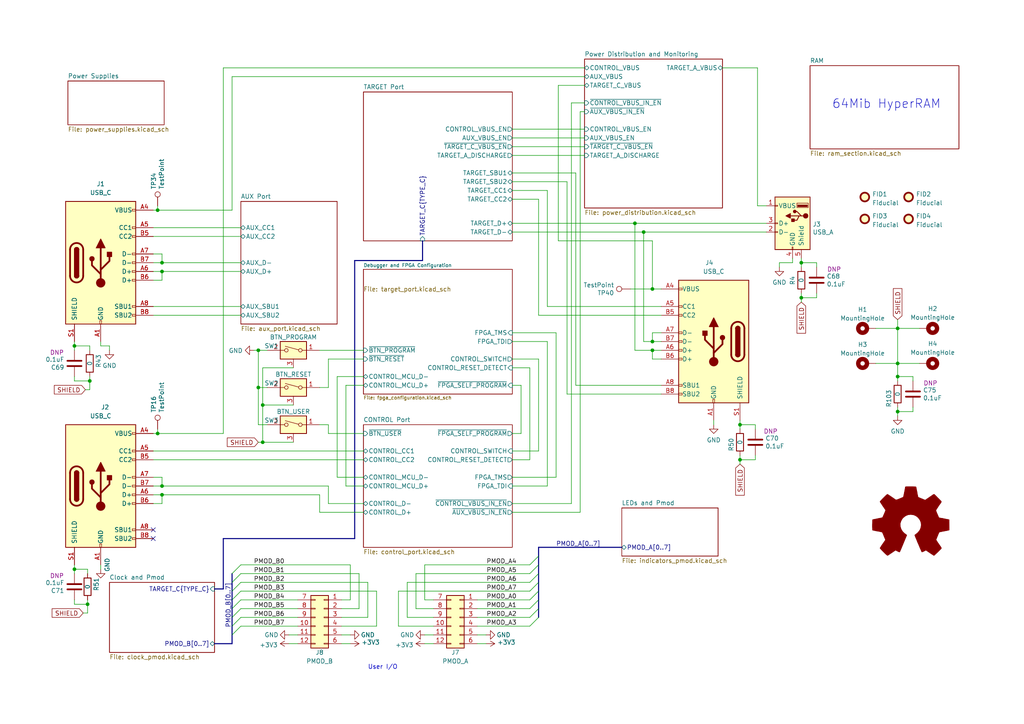
<source format=kicad_sch>
(kicad_sch (version 20211123) (generator eeschema)
  (paper "A4")
  (title_block (title "Cynthion") (date "${DATE}") (rev "${VERSION}") (company "Copyright 2019-2023 Great Scott Gadgets") (comment 1 "Licensed under the CERN-OHL-P v2"))
  (lib_symbols
    (symbol "Connector:TestPoint" (pin_numbers hide) (pin_names (offset 0.762) hide)
      (property "Reference" "TP" (at 0 6.858 0))
      (property "Value" "TestPoint" (at 0 5.08 0))
      (symbol "TestPoint_1_1"
        (pin passive line (at 0 0 90) (length 2.54) (name "1") (number "1"))
      )
    )
    (symbol "Connector:USB_A" (pin_names (offset 1.016))
      (property "Reference" "J" (at -5.08 11.43 0))
      (property "Value" "USB_A" (at -5.08 8.89 0))
      (symbol "USB_A_1_1"
        (pin power_in line (at 7.62 5.08 180) (length 2.54) (name "VBUS") (number "1"))
        (pin bidirectional line (at 7.62 -2.54 180) (length 2.54) (name "D-") (number "2"))
        (pin bidirectional line (at 7.62 0 180) (length 2.54) (name "D+") (number "3"))
        (pin power_in line (at 0 -10.16 90) (length 2.54) (name "GND") (number "4"))
        (pin passive line (at -2.54 -10.16 90) (length 2.54) (name "Shield") (number "5"))
      )
    )
    (symbol "Connector:USB_C_Receptacle_USB2.0" (pin_names (offset 1.016))
      (property "Reference" "J" (at -10.16 19.05 0))
      (property "Value" "USB_C_Receptacle_USB2.0" (at 19.05 19.05 0))
      (symbol "USB_C_Receptacle_USB2.0_1_1"
        (pin passive line (at 0 -22.86 90) (length 5.08) (name "GND") (number "A1"))
        (pin passive line (at 0 -22.86 90) (length 5.08) hide (name "GND") (number "A12"))
        (pin passive line (at 15.24 15.24 180) (length 5.08) (name "VBUS") (number "A4"))
        (pin bidirectional line (at 15.24 10.16 180) (length 5.08) (name "CC1") (number "A5"))
        (pin bidirectional line (at 15.24 -2.54 180) (length 5.08) (name "D+") (number "A6"))
        (pin bidirectional line (at 15.24 2.54 180) (length 5.08) (name "D-") (number "A7"))
        (pin bidirectional line (at 15.24 -12.7 180) (length 5.08) (name "SBU1") (number "A8"))
        (pin passive line (at 15.24 15.24 180) (length 5.08) hide (name "VBUS") (number "A9"))
        (pin passive line (at 0 -22.86 90) (length 5.08) hide (name "GND") (number "B1"))
        (pin passive line (at 0 -22.86 90) (length 5.08) hide (name "GND") (number "B12"))
        (pin passive line (at 15.24 15.24 180) (length 5.08) hide (name "VBUS") (number "B4"))
        (pin bidirectional line (at 15.24 7.62 180) (length 5.08) (name "CC2") (number "B5"))
        (pin bidirectional line (at 15.24 -5.08 180) (length 5.08) (name "D+") (number "B6"))
        (pin bidirectional line (at 15.24 0 180) (length 5.08) (name "D-") (number "B7"))
        (pin bidirectional line (at 15.24 -15.24 180) (length 5.08) (name "SBU2") (number "B8"))
        (pin passive line (at 15.24 15.24 180) (length 5.08) hide (name "VBUS") (number "B9"))
        (pin passive line (at -7.62 -22.86 90) (length 5.08) (name "SHIELD") (number "S1"))
      )
    )
    (symbol "Connector_Generic:Conn_02x06_Top_Bottom" (pin_names (offset 1.016) hide)
      (property "Reference" "J" (at 1.27 7.62 0))
      (property "Value" "Conn_02x06_Top_Bottom" (at 1.27 -10.16 0))
      (symbol "Conn_02x06_Top_Bottom_1_1"
        (pin passive line (at -5.08 5.08 0) (length 3.81) (name "Pin_1") (number "1"))
        (pin passive line (at 7.62 -2.54 180) (length 3.81) (name "Pin_10") (number "10"))
        (pin passive line (at 7.62 -5.08 180) (length 3.81) (name "Pin_11") (number "11"))
        (pin passive line (at 7.62 -7.62 180) (length 3.81) (name "Pin_12") (number "12"))
        (pin passive line (at -5.08 2.54 0) (length 3.81) (name "Pin_2") (number "2"))
        (pin passive line (at -5.08 0 0) (length 3.81) (name "Pin_3") (number "3"))
        (pin passive line (at -5.08 -2.54 0) (length 3.81) (name "Pin_4") (number "4"))
        (pin passive line (at -5.08 -5.08 0) (length 3.81) (name "Pin_5") (number "5"))
        (pin passive line (at -5.08 -7.62 0) (length 3.81) (name "Pin_6") (number "6"))
        (pin passive line (at 7.62 5.08 180) (length 3.81) (name "Pin_7") (number "7"))
        (pin passive line (at 7.62 2.54 180) (length 3.81) (name "Pin_8") (number "8"))
        (pin passive line (at 7.62 0 180) (length 3.81) (name "Pin_9") (number "9"))
      )
    )
    (symbol "Device:C" (pin_numbers hide) (pin_names (offset 0.254))
      (property "Reference" "C" (at 0.635 2.54 0))
      (property "Value" "C" (at 0.635 -2.54 0))
      (symbol "C_1_1"
        (pin passive line (at 0 3.81 270) (length 2.794) (name "~") (number "1"))
        (pin passive line (at 0 -3.81 90) (length 2.794) (name "~") (number "2"))
      )
    )
    (symbol "Device:R" (pin_numbers hide) (pin_names (offset 0))
      (property "Reference" "R" (at 2.032 0 90))
      (property "Value" "R" (at 0 0 90))
      (symbol "R_1_1"
        (pin passive line (at 0 3.81 270) (length 1.27) (name "~") (number "1"))
        (pin passive line (at 0 -3.81 90) (length 1.27) (name "~") (number "2"))
      )
    )
    (symbol "Graphic:Logo_Open_Hardware_Large" (pin_names (offset 1.016)))
    (symbol "Mechanical:Fiducial"
      (property "Reference" "FID" (at 0 5.08 0))
      (property "Value" "Fiducial" (at 0 3.175 0))
    )
    (symbol "Mechanical:MountingHole_Pad" (pin_numbers hide) (pin_names (offset 1.016) hide)
      (property "Reference" "H" (at 0 6.35 0))
      (property "Value" "MountingHole_Pad" (at 0 4.445 0))
      (symbol "MountingHole_Pad_1_1"
        (pin input line (at 0 -2.54 90) (length 2.54) (name "1") (number "1"))
      )
    )
    (symbol "power:+3V3" (power) (pin_names (offset 0))
      (property "Value" "+3V3" (at 0 3.556 0))
      (symbol "+3V3_1_1"
        (pin power_in line (at 0 0 90) (length 0) hide (name "+3V3") (number "1"))
      )
    )
    (symbol "power:GND" (power) (pin_names (offset 0))
      (property "Value" "GND" (at 0 -3.81 0))
      (symbol "GND_1_1"
        (pin power_in line (at 0 0 270) (length 0) hide (name "GND") (number "1"))
      )
    )
    (symbol "support_hardware:SW_SPST_shielded" (pin_names (offset 0) hide)
      (property "Reference" "SW" (at 0 6.35 0))
      (property "Value" "SW_SPST_shielded" (at 0 3.81 0))
      (symbol "SW_SPST_shielded_1_1"
        (pin passive line (at -7.62 0 0) (length 5.08) (name "~") (number "1"))
        (pin passive line (at 7.62 0 180) (length 5.08) (name "~") (number "2"))
        (pin passive line (at 0 -5.08 90) (length 2.54) (name "SHIELD") (number "3"))
      )
    )
  )
  (bus_alias "TYPE_C" (members "SDA" "SCL" "SBU1S" "SBU2S" "~{INT}" "~{FAULT}"))
  (bus_alias "ULPI" (members "DATA[0..7]" "CLK" "DIR" "STP" "NXT" "~{RESET}"))
  (junction (at 76.2 128.27))
  (junction (at 214.63 123.19))
  (junction (at 76.2 117.475))
  (junction (at 46.99 78.74))
  (junction (at 21.59 165.1))
  (junction (at 46.99 143.51))
  (junction (at 232.41 76.2))
  (junction (at 260.35 109.22))
  (junction (at 45.72 125.73))
  (junction (at 25.4 175.26))
  (junction (at 189.23 101.6))
  (junction (at 184.15 64.77))
  (junction (at 45.72 60.96))
  (junction (at 232.41 86.36))
  (junction (at 74.93 112.395))
  (junction (at 46.99 76.2))
  (junction (at 74.93 101.6))
  (junction (at 186.69 67.31))
  (junction (at 214.63 133.35))
  (junction (at 189.23 83.82))
  (junction (at 46.99 140.97))
  (junction (at 189.23 99.06))
  (junction (at 260.35 119.38))
  (junction (at 21.59 100.33))
  (junction (at 26.035 110.49))
  (junction (at 260.35 95.25))
  (junction (at 260.35 105.41))
  (no_connect (at 44.45 156.21))
  (no_connect (at 44.45 153.67))
  (bus_entry (at 156.21 179.07) (size -2.54 2.54))
  (bus_entry (at 156.21 173.99) (size -2.54 2.54))
  (bus_entry (at 67.31 179.07) (size 2.54 -2.54))
  (bus_entry (at 67.31 173.99) (size 2.54 -2.54))
  (bus_entry (at 156.21 176.53) (size -2.54 2.54))
  (bus_entry (at 67.31 168.91) (size 2.54 -2.54))
  (bus_entry (at 67.31 181.61) (size 2.54 -2.54))
  (bus_entry (at 67.31 176.53) (size 2.54 -2.54))
  (bus_entry (at 67.31 171.45) (size 2.54 -2.54))
  (bus_entry (at 67.31 166.37) (size 2.54 -2.54))
  (bus_entry (at 156.21 171.45) (size -2.54 2.54))
  (bus_entry (at 156.21 168.91) (size -2.54 2.54))
  (bus_entry (at 156.21 163.83) (size -2.54 2.54))
  (bus_entry (at 156.21 166.37) (size -2.54 2.54))
  (bus_entry (at 156.21 161.29) (size -2.54 2.54))
  (bus_entry (at 67.31 184.15) (size 2.54 -2.54))
  (wire (pts (xy 226.06 76.2) (xy 226.06 77.47)))
  (wire (pts (xy 95.25 112.395) (xy 92.71 112.395)))
  (wire (pts (xy 260.35 95.25) (xy 260.35 105.41)))
  (wire (pts (xy 219.075 124.46) (xy 219.075 123.19)))
  (wire (pts (xy 232.41 76.2) (xy 236.855 76.2)))
  (wire (pts (xy 29.21 99.06) (xy 29.21 100.33)))
  (wire (pts (xy 21.59 165.1) (xy 21.59 166.37)))
  (wire (pts (xy 29.21 165.1) (xy 29.21 163.83)))
  (wire (pts (xy 138.43 184.15) (xy 140.97 184.15)))
  (wire (pts (xy 115.57 171.45) (xy 153.67 171.45)))
  (wire (pts (xy 148.59 106.68) (xy 153.67 106.68)))
  (wire (pts (xy 229.87 76.2) (xy 226.06 76.2)))
  (wire (pts (xy 99.06 173.99) (xy 101.6 173.99)))
  (wire (pts (xy 148.59 42.545) (xy 169.545 42.545)))
  (wire (pts (xy 151.13 125.73) (xy 151.13 111.76)))
  (wire (pts (xy 29.21 100.33) (xy 31.75 100.33)))
  (wire (pts (xy 254 95.25) (xy 260.35 95.25)))
  (wire (pts (xy 138.43 181.61) (xy 153.67 181.61)))
  (bus (pts (xy 156.21 161.29) (xy 156.21 163.83)))
  (wire (pts (xy 44.45 125.73) (xy 45.72 125.73)))
  (wire (pts (xy 44.45 143.51) (xy 46.99 143.51)))
  (wire (pts (xy 25.4 165.1) (xy 25.4 166.37)))
  (wire (pts (xy 156.21 130.81) (xy 148.59 130.81)))
  (wire (pts (xy 191.77 83.82) (xy 189.23 83.82)))
  (wire (pts (xy 148.59 96.52) (xy 161.29 96.52)))
  (wire (pts (xy 76.2 117.475) (xy 76.2 128.27)))
  (wire (pts (xy 104.14 176.53) (xy 104.14 166.37)))
  (wire (pts (xy 151.13 111.76) (xy 148.59 111.76)))
  (wire (pts (xy 219.71 19.685) (xy 209.55 19.685)))
  (wire (pts (xy 264.795 119.38) (xy 264.795 118.11)))
  (bus (pts (xy 156.21 173.99) (xy 156.21 176.53)))
  (wire (pts (xy 156.21 104.14) (xy 156.21 130.81)))
  (wire (pts (xy 148.59 125.73) (xy 151.13 125.73)))
  (wire (pts (xy 182.88 83.82) (xy 189.23 83.82)))
  (wire (pts (xy 158.75 55.245) (xy 148.59 55.245)))
  (wire (pts (xy 148.59 37.465) (xy 169.545 37.465)))
  (wire (pts (xy 69.85 68.58) (xy 44.45 68.58)))
  (wire (pts (xy 148.59 104.14) (xy 156.21 104.14)))
  (bus (pts (xy 62.23 186.69) (xy 67.31 186.69)))
  (wire (pts (xy 76.2 117.475) (xy 85.09 117.475)))
  (bus (pts (xy 67.31 166.37) (xy 67.31 168.91)))
  (wire (pts (xy 25.4 175.26) (xy 25.4 173.99)))
  (wire (pts (xy 161.925 24.765) (xy 161.925 69.85)))
  (bus (pts (xy 102.87 75.565) (xy 122.555 75.565)))
  (bus (pts (xy 67.31 184.15) (xy 67.31 186.69)))
  (wire (pts (xy 123.19 184.15) (xy 125.73 184.15)))
  (wire (pts (xy 148.59 64.77) (xy 184.15 64.77)))
  (wire (pts (xy 260.35 119.38) (xy 264.795 119.38)))
  (bus (pts (xy 156.21 158.75) (xy 180.34 158.75)))
  (wire (pts (xy 260.35 92.71) (xy 260.35 95.25)))
  (wire (pts (xy 24.765 113.03) (xy 26.035 113.03)))
  (wire (pts (xy 21.59 173.99) (xy 21.59 175.26)))
  (wire (pts (xy 169.545 45.085) (xy 148.59 45.085)))
  (wire (pts (xy 191.77 88.9) (xy 158.75 88.9)))
  (wire (pts (xy 207.01 121.92) (xy 207.01 123.19)))
  (wire (pts (xy 46.99 76.2) (xy 44.45 76.2)))
  (wire (pts (xy 44.45 78.74) (xy 46.99 78.74)))
  (wire (pts (xy 153.67 168.91) (xy 118.11 168.91)))
  (wire (pts (xy 125.73 186.69) (xy 123.19 186.69)))
  (bus (pts (xy 156.21 163.83) (xy 156.21 166.37)))
  (wire (pts (xy 74.93 112.395) (xy 77.47 112.395)))
  (wire (pts (xy 21.59 100.33) (xy 26.035 100.33)))
  (wire (pts (xy 45.72 125.73) (xy 64.77 125.73)))
  (bus (pts (xy 156.21 171.45) (xy 156.21 173.99)))
  (wire (pts (xy 74.93 112.395) (xy 74.93 123.19)))
  (wire (pts (xy 95.25 112.395) (xy 95.25 104.14)))
  (bus (pts (xy 67.31 176.53) (xy 67.31 179.07)))
  (wire (pts (xy 100.33 140.97) (xy 105.41 140.97)))
  (wire (pts (xy 153.67 179.07) (xy 138.43 179.07)))
  (wire (pts (xy 184.15 64.77) (xy 184.15 101.6)))
  (wire (pts (xy 236.855 85.09) (xy 236.855 86.36)))
  (wire (pts (xy 115.57 171.45) (xy 115.57 181.61)))
  (wire (pts (xy 69.85 76.2) (xy 46.99 76.2)))
  (bus (pts (xy 64.77 156.21) (xy 102.87 156.21)))
  (bus (pts (xy 102.87 156.21) (xy 102.87 75.565)))
  (wire (pts (xy 99.06 176.53) (xy 104.14 176.53)))
  (wire (pts (xy 104.14 166.37) (xy 69.85 166.37)))
  (wire (pts (xy 191.77 114.3) (xy 164.465 114.3)))
  (wire (pts (xy 186.69 99.06) (xy 189.23 99.06)))
  (wire (pts (xy 105.41 101.6) (xy 92.71 101.6)))
  (wire (pts (xy 153.67 163.83) (xy 123.19 163.83)))
  (wire (pts (xy 148.59 57.785) (xy 156.21 57.785)))
  (wire (pts (xy 169.545 29.845) (xy 165.735 29.845)))
  (wire (pts (xy 156.21 57.785) (xy 156.21 91.44)))
  (bus (pts (xy 67.31 179.07) (xy 67.31 181.61)))
  (wire (pts (xy 219.075 123.19) (xy 214.63 123.19)))
  (wire (pts (xy 232.41 74.93) (xy 232.41 76.2)))
  (wire (pts (xy 148.59 148.59) (xy 168.275 148.59)))
  (bus (pts (xy 156.21 158.75) (xy 156.21 161.29)))
  (bus (pts (xy 67.31 168.91) (xy 67.31 171.45)))
  (wire (pts (xy 25.4 175.26) (xy 25.4 177.8)))
  (wire (pts (xy 69.85 179.07) (xy 86.36 179.07)))
  (wire (pts (xy 123.19 163.83) (xy 123.19 173.99)))
  (wire (pts (xy 44.45 60.96) (xy 45.72 60.96)))
  (wire (pts (xy 46.99 81.28) (xy 46.99 78.74)))
  (wire (pts (xy 69.85 171.45) (xy 109.22 171.45)))
  (wire (pts (xy 92.71 123.19) (xy 95.25 123.19)))
  (wire (pts (xy 164.465 114.3) (xy 164.465 52.705)))
  (wire (pts (xy 109.22 171.45) (xy 109.22 181.61)))
  (wire (pts (xy 229.87 76.2) (xy 229.87 74.93)))
  (wire (pts (xy 106.68 179.07) (xy 106.68 168.91)))
  (wire (pts (xy 214.63 133.35) (xy 219.075 133.35)))
  (wire (pts (xy 92.71 143.51) (xy 46.99 143.51)))
  (wire (pts (xy 46.99 73.66) (xy 46.99 76.2)))
  (wire (pts (xy 120.65 166.37) (xy 153.67 166.37)))
  (wire (pts (xy 189.23 69.85) (xy 161.925 69.85)))
  (wire (pts (xy 45.72 59.69) (xy 45.72 60.96)))
  (wire (pts (xy 260.35 119.38) (xy 260.35 120.65)))
  (wire (pts (xy 21.59 175.26) (xy 25.4 175.26)))
  (wire (pts (xy 76.2 128.27) (xy 85.09 128.27)))
  (wire (pts (xy 191.77 99.06) (xy 189.23 99.06)))
  (wire (pts (xy 184.15 101.6) (xy 189.23 101.6)))
  (wire (pts (xy 148.59 140.97) (xy 158.75 140.97)))
  (wire (pts (xy 21.59 163.83) (xy 21.59 165.1)))
  (bus (pts (xy 67.31 181.61) (xy 67.31 184.15)))
  (wire (pts (xy 186.69 67.31) (xy 148.59 67.31)))
  (wire (pts (xy 138.43 176.53) (xy 153.67 176.53)))
  (wire (pts (xy 67.31 60.96) (xy 67.31 22.225)))
  (wire (pts (xy 169.545 24.765) (xy 161.925 24.765)))
  (wire (pts (xy 167.005 111.76) (xy 191.77 111.76)))
  (wire (pts (xy 168.275 32.385) (xy 168.275 148.59)))
  (wire (pts (xy 214.63 132.08) (xy 214.63 133.35)))
  (wire (pts (xy 26.035 110.49) (xy 26.035 109.22)))
  (wire (pts (xy 100.33 111.76) (xy 100.33 140.97)))
  (wire (pts (xy 168.275 32.385) (xy 169.545 32.385)))
  (wire (pts (xy 189.23 83.82) (xy 189.23 69.85)))
  (wire (pts (xy 21.59 100.33) (xy 21.59 99.06)))
  (wire (pts (xy 161.29 96.52) (xy 161.29 138.43)))
  (wire (pts (xy 165.735 29.845) (xy 165.735 146.05)))
  (wire (pts (xy 100.33 111.76) (xy 105.41 111.76)))
  (bus (pts (xy 67.31 171.45) (xy 67.31 173.99)))
  (wire (pts (xy 95.25 146.05) (xy 105.41 146.05)))
  (wire (pts (xy 25.4 177.8) (xy 24.13 177.8)))
  (wire (pts (xy 67.31 22.225) (xy 169.545 22.225)))
  (wire (pts (xy 85.09 106.68) (xy 76.2 106.68)))
  (wire (pts (xy 74.93 101.6) (xy 74.93 112.395)))
  (wire (pts (xy 95.25 123.19) (xy 95.25 125.73)))
  (wire (pts (xy 64.77 125.73) (xy 64.77 19.685)))
  (wire (pts (xy 164.465 52.705) (xy 148.59 52.705)))
  (wire (pts (xy 123.19 173.99) (xy 125.73 173.99)))
  (wire (pts (xy 83.82 186.69) (xy 86.36 186.69)))
  (wire (pts (xy 92.71 143.51) (xy 92.71 148.59)))
  (wire (pts (xy 83.82 184.15) (xy 86.36 184.15)))
  (wire (pts (xy 21.59 165.1) (xy 25.4 165.1)))
  (wire (pts (xy 236.855 77.47) (xy 236.855 76.2)))
  (wire (pts (xy 69.85 173.99) (xy 86.36 173.99)))
  (bus (pts (xy 156.21 166.37) (xy 156.21 168.91)))
  (wire (pts (xy 118.11 168.91) (xy 118.11 179.07)))
  (wire (pts (xy 99.06 186.69) (xy 101.6 186.69)))
  (wire (pts (xy 99.06 179.07) (xy 106.68 179.07)))
  (wire (pts (xy 148.59 50.165) (xy 167.005 50.165)))
  (wire (pts (xy 148.59 99.06) (xy 158.75 99.06)))
  (bus (pts (xy 156.21 168.91) (xy 156.21 171.45)))
  (wire (pts (xy 140.97 186.69) (xy 138.43 186.69)))
  (bus (pts (xy 67.31 173.99) (xy 67.31 176.53)))
  (wire (pts (xy 46.99 138.43) (xy 46.99 140.97)))
  (wire (pts (xy 156.21 91.44) (xy 191.77 91.44)))
  (wire (pts (xy 191.77 101.6) (xy 189.23 101.6)))
  (bus (pts (xy 64.77 170.815) (xy 64.77 156.21)))
  (wire (pts (xy 106.68 168.91) (xy 69.85 168.91)))
  (wire (pts (xy 236.855 86.36) (xy 232.41 86.36)))
  (wire (pts (xy 45.72 124.46) (xy 45.72 125.73)))
  (wire (pts (xy 125.73 181.61) (xy 115.57 181.61)))
  (wire (pts (xy 44.45 73.66) (xy 46.99 73.66)))
  (wire (pts (xy 86.36 181.61) (xy 69.85 181.61)))
  (wire (pts (xy 44.45 140.97) (xy 46.99 140.97)))
  (wire (pts (xy 260.35 118.11) (xy 260.35 119.38)))
  (wire (pts (xy 153.67 106.68) (xy 153.67 133.35)))
  (wire (pts (xy 169.545 40.005) (xy 148.59 40.005)))
  (wire (pts (xy 74.93 123.19) (xy 77.47 123.19)))
  (wire (pts (xy 31.75 100.33) (xy 31.75 101.6)))
  (wire (pts (xy 109.22 181.61) (xy 99.06 181.61)))
  (wire (pts (xy 165.735 146.05) (xy 148.59 146.05)))
  (wire (pts (xy 120.65 176.53) (xy 120.65 166.37)))
  (wire (pts (xy 125.73 176.53) (xy 120.65 176.53)))
  (wire (pts (xy 64.77 19.685) (xy 169.545 19.685)))
  (bus (pts (xy 62.23 170.815) (xy 64.77 170.815)))
  (wire (pts (xy 95.25 140.97) (xy 95.25 146.05)))
  (wire (pts (xy 260.35 109.22) (xy 264.795 109.22)))
  (wire (pts (xy 153.67 173.99) (xy 138.43 173.99)))
  (wire (pts (xy 214.63 121.92) (xy 214.63 123.19)))
  (wire (pts (xy 76.2 106.68) (xy 76.2 117.475)))
  (wire (pts (xy 260.35 109.22) (xy 260.35 105.41)))
  (wire (pts (xy 44.45 66.04) (xy 69.85 66.04)))
  (wire (pts (xy 214.63 133.35) (xy 214.63 134.62)))
  (wire (pts (xy 69.85 91.44) (xy 44.45 91.44)))
  (wire (pts (xy 189.23 101.6) (xy 189.23 104.14)))
  (wire (pts (xy 260.35 105.41) (xy 266.7 105.41)))
  (wire (pts (xy 21.59 109.22) (xy 21.59 110.49)))
  (wire (pts (xy 222.25 64.77) (xy 184.15 64.77)))
  (wire (pts (xy 99.06 184.15) (xy 101.6 184.15)))
  (wire (pts (xy 232.41 85.09) (xy 232.41 86.36)))
  (wire (pts (xy 46.99 146.05) (xy 44.45 146.05)))
  (wire (pts (xy 189.23 99.06) (xy 189.23 96.52)))
  (wire (pts (xy 26.035 100.33) (xy 26.035 101.6)))
  (wire (pts (xy 97.79 109.22) (xy 97.79 138.43)))
  (wire (pts (xy 97.79 138.43) (xy 105.41 138.43)))
  (wire (pts (xy 21.59 110.49) (xy 26.035 110.49)))
  (wire (pts (xy 158.75 99.06) (xy 158.75 140.97)))
  (wire (pts (xy 46.99 143.51) (xy 46.99 146.05)))
  (wire (pts (xy 222.25 59.69) (xy 219.71 59.69)))
  (wire (pts (xy 260.35 110.49) (xy 260.35 109.22)))
  (wire (pts (xy 44.45 81.28) (xy 46.99 81.28)))
  (wire (pts (xy 44.45 133.35) (xy 105.41 133.35)))
  (wire (pts (xy 46.99 78.74) (xy 69.85 78.74)))
  (wire (pts (xy 148.59 138.43) (xy 161.29 138.43)))
  (wire (pts (xy 105.41 109.22) (xy 97.79 109.22)))
  (wire (pts (xy 21.59 101.6) (xy 21.59 100.33)))
  (wire (pts (xy 153.67 133.35) (xy 148.59 133.35)))
  (wire (pts (xy 95.25 104.14) (xy 105.41 104.14)))
  (wire (pts (xy 44.45 138.43) (xy 46.99 138.43)))
  (wire (pts (xy 260.35 105.41) (xy 254 105.41)))
  (bus (pts (xy 122.555 75.565) (xy 122.555 69.85)))
  (wire (pts (xy 214.63 123.19) (xy 214.63 124.46)))
  (wire (pts (xy 118.11 179.07) (xy 125.73 179.07)))
  (wire (pts (xy 101.6 163.83) (xy 69.85 163.83)))
  (wire (pts (xy 95.25 125.73) (xy 105.41 125.73)))
  (wire (pts (xy 101.6 173.99) (xy 101.6 163.83)))
  (wire (pts (xy 95.25 140.97) (xy 46.99 140.97)))
  (wire (pts (xy 222.25 67.31) (xy 186.69 67.31)))
  (wire (pts (xy 260.35 95.25) (xy 266.7 95.25)))
  (wire (pts (xy 219.075 133.35) (xy 219.075 132.08)))
  (wire (pts (xy 219.71 59.69) (xy 219.71 19.685)))
  (bus (pts (xy 156.21 176.53) (xy 156.21 179.07)))
  (wire (pts (xy 232.41 86.36) (xy 232.41 87.63)))
  (wire (pts (xy 74.93 101.6) (xy 77.47 101.6)))
  (wire (pts (xy 45.72 60.96) (xy 67.31 60.96)))
  (wire (pts (xy 44.45 88.9) (xy 69.85 88.9)))
  (wire (pts (xy 86.36 176.53) (xy 69.85 176.53)))
  (wire (pts (xy 189.23 104.14) (xy 191.77 104.14)))
  (wire (pts (xy 26.035 113.03) (xy 26.035 110.49)))
  (wire (pts (xy 167.005 50.165) (xy 167.005 111.76)))
  (wire (pts (xy 44.45 130.81) (xy 105.41 130.81)))
  (wire (pts (xy 189.23 96.52) (xy 191.77 96.52)))
  (wire (pts (xy 74.93 128.27) (xy 76.2 128.27)))
  (wire (pts (xy 158.75 88.9) (xy 158.75 55.245)))
  (wire (pts (xy 92.71 148.59) (xy 105.41 148.59)))
  (wire (pts (xy 264.795 109.22) (xy 264.795 110.49)))
  (wire (pts (xy 73.66 101.6) (xy 74.93 101.6)))
  (wire (pts (xy 232.41 76.2) (xy 232.41 77.47)))
  (wire (pts (xy 186.69 67.31) (xy 186.69 99.06)))
  (text "User I/O" (at 106.68 194.31 0) (effects (font (size 1.27 1.27)) (justify left bottom)))
  (text "64Mib HyperRAM" (at 241.3 31.75 0) (effects (font (size 2.54 2.54)) (justify left bottom)))
  (label "PMOD_A6" (at 149.86 168.91 180))
  (label "PMOD_B6" (at 82.55 179.07 180))
  (label "PMOD_A7" (at 149.86 171.45 180))
  (label "PMOD_B0" (at 82.55 163.83 180))
  (label "PMOD_B5" (at 82.55 176.53 180))
  (label "PMOD_B7" (at 82.55 181.61 180))
  (label "PMOD_A2" (at 149.86 179.07 180))
  (label "PMOD_B1" (at 82.55 166.37 180))
  (label "PMOD_B4" (at 82.55 173.99 180))
  (label "PMOD_A1" (at 149.86 176.53 180))
  (label "PMOD_A0" (at 149.86 173.99 180))
  (label "PMOD_A3" (at 149.86 181.61 180))
  (label "PMOD_A4" (at 149.86 163.83 180))
  (label "PMOD_B3" (at 82.55 171.45 180))
  (label "PMOD_B[0..7]" (at 67.31 168.91 270))
  (label "PMOD_B2" (at 82.55 168.91 180))
  (label "PMOD_A[0..7]" (at 161.29 158.75 0))
  (label "PMOD_A5" (at 149.86 166.37 180))
  (global_label "SHIELD" (shape input) (at 24.13 177.8 180) (property "Intersheet References" "${INTERSHEET_REFS}" (effects hide)))
  (global_label "SHIELD" (shape input) (at 74.93 128.27 180) (property "Intersheet References" "${INTERSHEET_REFS}" (effects hide)))
  (global_label "SHIELD" (shape input) (at 24.765 113.03 180) (property "Intersheet References" "${INTERSHEET_REFS}" (effects hide)))
  (global_label "SHIELD" (shape input) (at 260.35 92.71 90) (property "Intersheet References" "${INTERSHEET_REFS}" (effects hide)))
  (global_label "SHIELD" (shape input) (at 232.41 87.63 270) (property "Intersheet References" "${INTERSHEET_REFS}" (effects hide)))
  (global_label "SHIELD" (shape input) (at 214.63 134.62 270) (property "Intersheet References" "${INTERSHEET_REFS}" (effects hide)))
  (symbol (lib_id "Connector:USB_A") (at 229.87 64.77 0) (mirror y) (unit 1)
    (property "Reference" "J3" (at 235.6866 65.0494 0) (effects (justify right)))
    (property "Value" "USB_A" (at 235.6866 67.3354 0) (effects (justify right)))
    (property "Footprint" "luna:USB_A_Kycon_KUSBXHT-SB-AS1N-B30-NF_Horizontal" (effects hide))
    (property "Datasheet" " ~" (effects hide))
    (property "Description" "USB A TYPE RECEPTACLE, SHORT BODY" (effects hide))
    (property "Manufacturer" "Jing Extension of the Electronic Co." (effects hide))
    (property "Part Number" "C42411" (effects hide))
    (property "Substitution" "Kycon KUSBXHT-SB-AS1N-B30-NF, Tensility 54-00015, GCT USB1125-GF-B" (effects hide))
  )
  (symbol (lib_id "support_hardware:SW_SPST_shielded") (at 85.09 101.6 0) (mirror y) (unit 1)
    (property "Reference" "SW1" (at 78.74 100.33 0))
    (property "Value" "BTN_PROGRAM" (at 85.09 97.79 0))
    (property "Footprint" "luna:SW_Tactile_SPST_Angled_TC-1109DE-B-F" (effects hide))
    (property "Description" "SWITCH TACTILE SPST-NO 0.05A 12V" (effects hide))
    (property "Manufacturer" "XKB" (effects hide))
    (property "Part Number" "TC-1109DE-B-F" (effects hide))
    (property "Substitution" "DEALON TC-1150DL-6.0H-160" (effects hide))
  )
  (symbol (lib_id "power:GND") (at 140.97 184.15 90) (mirror x) (unit 1)
    (property "Reference" "#PWR0110" (effects hide))
    (property "Value" "GND" (at 146.05 184.15 90))
  )
  (symbol (lib_id "support_hardware:SW_SPST_shielded") (at 85.09 112.395 0) (mirror y) (unit 1)
    (property "Reference" "SW2" (at 78.74 111.125 0))
    (property "Value" "BTN_RESET" (at 85.09 108.585 0))
    (property "Footprint" "luna:SW_Tactile_SPST_Angled_TC-1109DE-B-F" (effects hide))
    (property "Description" "SWITCH TACTILE SPST-NO 0.05A 12V" (effects hide))
    (property "Manufacturer" "XKB" (effects hide))
    (property "Part Number" "TC-1109DE-B-F" (effects hide))
    (property "Substitution" "DEALON TC-1150DL-6.0H-160" (effects hide))
  )
  (symbol (lib_id "power:GND") (at 73.66 101.6 270) (unit 1)
    (property "Reference" "#PWR0102" (effects hide))
    (property "Value" "GND" (at 70.4088 101.7016 90) (effects (justify right)))
  )
  (symbol (lib_id "Graphic:Logo_Open_Hardware_Large") (at 264.16 152.4 0) (unit 1) (in_bom no) (on_board no)
    (property "Reference" "#LOGO1" (effects hide))
    (property "Value" "Logo_Open_Hardware_Large" (effects hide))
  )
  (symbol (lib_id "Connector:USB_C_Receptacle_USB2.0") (at 29.21 76.2 0) (unit 1)
    (property "Reference" "J1" (at 29.21 53.34 0))
    (property "Value" "USB_C" (at 29.21 55.88 0))
    (property "Footprint" "luna:USB_C_Receptacle_HRO_TYPE-C-31-M-12" (effects hide))
    (property "Description" "CONN RCPT USB2.0 TYPE-C 16POS" (effects hide))
    (property "Manufacturer" "HRO" (effects hide))
    (property "Part Number" "TYPE-C-31-M-12" (effects hide))
    (property "Substitution" "XKB U262-161N-4BVC11, GCT USB4105-GF-A, Cvilux USA CU3216SASDLR009-NH" (effects hide))
  )
  (symbol (lib_id "Connector:USB_C_Receptacle_USB2.0") (at 207.01 99.06 0) (mirror y) (unit 1)
    (property "Reference" "J4" (at 205.74 76.2 0))
    (property "Value" "USB_C" (at 207.01 78.74 0))
    (property "Footprint" "luna:USB_C_Receptacle_HRO_TYPE-C-31-M-12" (effects hide))
    (property "Description" "CONN RCPT USB2.0 TYPE-C 16POS" (effects hide))
    (property "Manufacturer" "HRO" (effects hide))
    (property "Part Number" "TYPE-C-31-M-12" (effects hide))
    (property "Substitution" "XKB U262-161N-4BVC11, GCT USB4105-GF-A, Cvilux USA CU3216SASDLR009-NH" (effects hide))
  )
  (symbol (lib_id "Connector:USB_C_Receptacle_USB2.0") (at 29.21 140.97 0) (unit 1)
    (property "Reference" "J2" (at 30.48 118.11 0))
    (property "Value" "USB_C" (at 29.21 120.65 0))
    (property "Footprint" "luna:USB_C_Receptacle_HRO_TYPE-C-31-M-12" (effects hide))
    (property "Description" "CONN RCPT USB2.0 TYPE-C 16POS" (effects hide))
    (property "Manufacturer" "HRO" (effects hide))
    (property "Part Number" "TYPE-C-31-M-12" (effects hide))
    (property "Substitution" "XKB U262-161N-4BVC11, GCT USB4105-GF-A, Cvilux USA CU3216SASDLR009-NH" (effects hide))
  )
  (symbol (lib_id "Connector_Generic:Conn_02x06_Top_Bottom") (at 93.98 179.07 0) (mirror y) (unit 1)
    (property "Reference" "J8" (at 92.71 189.23 0))
    (property "Value" "PMOD_B" (at 92.71 191.77 0))
    (property "Footprint" "luna:PinSocket_2x06_P2.54mm_PMOD" (effects hide))
    (property "Part Number" "DW254W-22-12-85" (effects hide))
    (property "Manufacturer" "DEALON" (effects hide))
    (property "Description" "CONN HDR 12POS 0.1 GOLD PCB R/A" (effects hide))
    (property "Note" "populate only when assembling for installation in enclosure" (effects hide))
    (property "Substitution" "HCTL PM254-2-06-W-8.5, Sullins PPPC062LJBN-RC" (effects hide))
  )
  (symbol (lib_id "power:+3V3") (at 101.6 186.69 270) (mirror x) (unit 1)
    (property "Reference" "#PWR0123" (effects hide))
    (property "Value" "+3V3" (at 104.8512 186.309 90) (effects (justify left)))
  )
  (symbol (lib_id "power:+3V3") (at 83.82 186.69 90) (mirror x) (unit 1)
    (property "Reference" "#PWR0130" (effects hide))
    (property "Value" "+3V3" (at 80.5688 187.071 90) (effects (justify left)))
  )
  (symbol (lib_id "power:GND") (at 101.6 184.15 90) (mirror x) (unit 1)
    (property "Reference" "#PWR0132" (effects hide))
    (property "Value" "GND" (at 106.68 184.15 90))
  )
  (symbol (lib_id "power:GND") (at 83.82 184.15 270) (mirror x) (unit 1)
    (property "Reference" "#PWR0134" (effects hide))
    (property "Value" "GND" (at 78.74 184.15 90))
  )
  (symbol (lib_id "Connector_Generic:Conn_02x06_Top_Bottom") (at 133.35 179.07 0) (mirror y) (unit 1)
    (property "Reference" "J7" (at 132.08 189.23 0))
    (property "Value" "PMOD_A" (at 132.08 191.77 0))
    (property "Footprint" "luna:PinSocket_2x06_P2.54mm_PMOD" (effects hide))
    (property "Part Number" "DW254W-22-12-85" (effects hide))
    (property "Manufacturer" "DEALON" (effects hide))
    (property "Description" "CONN HDR 12POS 0.1 GOLD PCB R/A" (effects hide))
    (property "Note" "populate only when assembling for installation in enclosure" (effects hide))
    (property "Substitution" "HCTL PM254-2-06-W-8.5, Sullins PPPC062LJBN-RC" (effects hide))
  )
  (symbol (lib_id "power:+3V3") (at 140.97 186.69 270) (mirror x) (unit 1)
    (property "Reference" "#PWR0120" (effects hide))
    (property "Value" "+3V3" (at 144.2212 186.309 90) (effects (justify left)))
  )
  (symbol (lib_id "power:+3V3") (at 123.19 186.69 90) (mirror x) (unit 1)
    (property "Reference" "#PWR0121" (effects hide))
    (property "Value" "+3V3" (at 119.9388 187.071 90) (effects (justify left)))
  )
  (symbol (lib_id "power:GND") (at 123.19 184.15 270) (mirror x) (unit 1)
    (property "Reference" "#PWR0111" (effects hide))
    (property "Value" "GND" (at 118.11 184.15 90))
  )
  (symbol (lib_id "Device:R") (at 214.63 128.27 180) (unit 1)
    (property "Reference" "R50" (at 212.09 127 90) (effects (justify left)))
    (property "Value" "0" (at 214.63 128.27 90))
    (property "Footprint" "Resistor_SMD:R_0805_2012Metric" (effects hide))
    (property "Part Number" "RC0805JR-070RL" (effects hide))
    (property "Substitution" "any equivalent" (effects hide))
    (property "Description" "RES 0 OHM JUMPER 1/8W 0805" (effects hide))
    (property "Manufacturer" "Yageo" (effects hide))
  )
  (symbol (lib_id "Device:R") (at 25.4 170.18 0) (unit 1)
    (property "Reference" "R51" (at 27.94 171.45 90) (effects (justify left)))
    (property "Value" "0" (at 25.4 170.18 90))
    (property "Footprint" "Resistor_SMD:R_0805_2012Metric" (effects hide))
    (property "Part Number" "RC0805JR-070RL" (effects hide))
    (property "Substitution" "any equivalent" (effects hide))
    (property "Description" "RES 0 OHM JUMPER 1/8W 0805" (effects hide))
    (property "Manufacturer" "Yageo" (effects hide))
  )
  (symbol (lib_id "Mechanical:MountingHole_Pad") (at 251.46 105.41 90) (unit 1) (in_bom no)
    (property "Reference" "H3" (at 250.19 99.9322 90))
    (property "Value" "MountingHole" (at 250.19 102.4691 90))
    (property "Footprint" "MountingHole:MountingHole_2.2mm_M2_Pad_Via" (effects hide))
  )
  (symbol (lib_id "Connector:TestPoint") (at 45.72 59.69 0) (unit 1) (in_bom no)
    (property "Reference" "TP34" (at 44.577 54.9402 90) (effects (justify left)))
    (property "Value" "TestPoint" (at 46.863 54.9402 90) (effects (justify left)))
    (property "Footprint" "TestPoint:TestPoint_Pad_D1.0mm" (effects hide))
  )
  (symbol (lib_id "Mechanical:MountingHole_Pad") (at 269.24 105.41 270) (unit 1) (in_bom no)
    (property "Reference" "H4" (at 270.51 99.6981 90))
    (property "Value" "MountingHole" (at 270.51 102.235 90))
    (property "Footprint" "MountingHole:MountingHole_2.2mm_M2_Pad_Via" (effects hide))
  )
  (symbol (lib_id "power:GND") (at 29.21 165.1 0) (unit 1)
    (property "Reference" "#PWR0104" (effects hide))
    (property "Value" "GND" (at 31.115 163.83 90))
  )
  (symbol (lib_id "Mechanical:Fiducial") (at 263.525 63.5 0) (unit 1) (in_bom no)
    (property "Reference" "FID4" (at 265.684 62.6653 0) (effects (justify left)))
    (property "Value" "Fiducial" (at 265.684 65.2022 0) (effects (justify left)))
    (property "Footprint" "Fiducial:Fiducial_0.5mm_Mask1mm" (effects hide))
  )
  (symbol (lib_id "Device:C") (at 236.855 81.28 0) (unit 1)
    (property "Reference" "C68" (at 239.776 80.137 0) (effects (justify left)))
    (property "Value" "0.1uF" (at 239.776 82.423 0) (effects (justify left)))
    (property "Footprint" "Capacitor_SMD:C_0402_1005Metric" (effects hide))
    (property "Part Number" "CL05A104KA5NNNC" (effects hide))
    (property "Substitution" "any equivalent" (effects hide))
    (property "DNP" "DNP" (at 241.935 78.105 0))
    (property "Description" "CAP CER 0.1UF 25V X5R 0402" (effects hide))
    (property "Manufacturer" "Samsung" (effects hide))
  )
  (symbol (lib_id "Mechanical:Fiducial") (at 250.825 63.5 0) (unit 1) (in_bom no)
    (property "Reference" "FID3" (at 252.984 62.6653 0) (effects (justify left)))
    (property "Value" "Fiducial" (at 252.984 65.2022 0) (effects (justify left)))
    (property "Footprint" "Fiducial:Fiducial_0.5mm_Mask1mm" (effects hide))
  )
  (symbol (lib_id "Mechanical:Fiducial") (at 250.825 57.15 0) (unit 1) (in_bom no)
    (property "Reference" "FID1" (at 252.984 56.3153 0) (effects (justify left)))
    (property "Value" "Fiducial" (at 252.984 58.8522 0) (effects (justify left)))
    (property "Footprint" "Fiducial:Fiducial_0.5mm_Mask1mm" (effects hide))
  )
  (symbol (lib_id "power:GND") (at 260.35 120.65 0) (unit 1)
    (property "Reference" "#PWR01" (effects hide))
    (property "Value" "GND" (at 260.35 125.0934 0))
  )
  (symbol (lib_id "Mechanical:MountingHole_Pad") (at 269.24 95.25 270) (unit 1) (in_bom no)
    (property "Reference" "H2" (at 270.51 89.5381 90))
    (property "Value" "MountingHole" (at 270.51 92.075 90))
    (property "Footprint" "MountingHole:MountingHole_2.2mm_M2_Pad_Via" (effects hide))
  )
  (symbol (lib_id "Connector:TestPoint") (at 45.72 124.46 0) (unit 1) (in_bom no)
    (property "Reference" "TP16" (at 44.577 119.7102 90) (effects (justify left)))
    (property "Value" "TestPoint" (at 46.863 119.7102 90) (effects (justify left)))
    (property "Footprint" "TestPoint:TestPoint_Pad_D1.0mm" (effects hide))
  )
  (symbol (lib_id "Device:R") (at 260.35 114.3 180) (unit 1)
    (property "Reference" "R103" (at 257.81 113.03 90) (effects (justify left)))
    (property "Value" "0" (at 260.35 114.3 90))
    (property "Footprint" "Resistor_SMD:R_0805_2012Metric" (effects hide))
    (property "Part Number" "RC0805JR-070RL" (effects hide))
    (property "Substitution" "any equivalent" (effects hide))
    (property "Description" "RES 0 OHM JUMPER 1/8W 0805" (effects hide))
    (property "Manufacturer" "Yageo" (effects hide))
  )
  (symbol (lib_id "power:GND") (at 226.06 77.47 0) (unit 1)
    (property "Reference" "#PWR0125" (effects hide))
    (property "Value" "GND" (at 226.06 81.9134 0))
  )
  (symbol (lib_id "Device:R") (at 26.035 105.41 0) (unit 1)
    (property "Reference" "R43" (at 28.575 106.68 90) (effects (justify left)))
    (property "Value" "0" (at 26.035 105.41 90))
    (property "Footprint" "Resistor_SMD:R_0805_2012Metric" (effects hide))
    (property "Part Number" "RC0805JR-070RL" (effects hide))
    (property "Substitution" "any equivalent" (effects hide))
    (property "Description" "RES 0 OHM JUMPER 1/8W 0805" (effects hide))
    (property "Manufacturer" "Yageo" (effects hide))
  )
  (symbol (lib_id "Device:C") (at 219.075 128.27 0) (unit 1)
    (property "Reference" "C70" (at 221.996 127.127 0) (effects (justify left)))
    (property "Value" "0.1uF" (at 221.996 129.413 0) (effects (justify left)))
    (property "Footprint" "Capacitor_SMD:C_0402_1005Metric" (effects hide))
    (property "Part Number" "CL05A104KA5NNNC" (effects hide))
    (property "Substitution" "any equivalent" (effects hide))
    (property "DNP" "DNP" (at 223.52 125.095 0))
    (property "Description" "CAP CER 0.1UF 25V X5R 0402" (effects hide))
    (property "Manufacturer" "Samsung" (effects hide))
  )
  (symbol (lib_id "Device:C") (at 21.59 170.18 180) (unit 1)
    (property "Reference" "C71" (at 18.669 171.323 0) (effects (justify left)))
    (property "Value" "0.1uF" (at 18.669 169.037 0) (effects (justify left)))
    (property "Footprint" "Capacitor_SMD:C_0402_1005Metric" (effects hide))
    (property "Part Number" "CL05A104KA5NNNC" (effects hide))
    (property "Substitution" "any equivalent" (effects hide))
    (property "DNP" "DNP" (at 16.51 167.005 0))
    (property "Description" "CAP CER 0.1UF 25V X5R 0402" (effects hide))
    (property "Manufacturer" "Samsung" (effects hide))
  )
  (symbol (lib_id "Device:C") (at 21.59 105.41 180) (unit 1)
    (property "Reference" "C69" (at 18.669 106.553 0) (effects (justify left)))
    (property "Value" "0.1uF" (at 18.669 104.267 0) (effects (justify left)))
    (property "Footprint" "Capacitor_SMD:C_0402_1005Metric" (effects hide))
    (property "Part Number" "CL05A104KA5NNNC" (effects hide))
    (property "Substitution" "any equivalent" (effects hide))
    (property "DNP" "DNP" (at 16.51 102.235 0))
    (property "Description" "CAP CER 0.1UF 25V X5R 0402" (effects hide))
    (property "Manufacturer" "Samsung" (effects hide))
  )
  (symbol (lib_id "support_hardware:SW_SPST_shielded") (at 85.09 123.19 0) (mirror y) (unit 1)
    (property "Reference" "SW3" (at 78.74 121.92 0))
    (property "Value" "BTN_USER" (at 85.09 119.38 0))
    (property "Footprint" "luna:SW_Tactile_SPST_Angled_TC-1109DE-B-F" (effects hide))
    (property "Description" "SWITCH TACTILE SPST-NO 0.05A 12V" (effects hide))
    (property "Manufacturer" "XKB" (effects hide))
    (property "Part Number" "TC-1109DE-B-F" (effects hide))
    (property "Substitution" "DEALON TC-1150DL-6.0H-160" (effects hide))
  )
  (symbol (lib_id "power:GND") (at 31.75 101.6 0) (unit 1)
    (property "Reference" "#PWR0106" (effects hide))
    (property "Value" "GND" (at 31.75 106.0434 0))
  )
  (symbol (lib_id "Mechanical:MountingHole_Pad") (at 251.46 95.25 90) (unit 1) (in_bom no)
    (property "Reference" "H1" (at 250.19 89.7722 90))
    (property "Value" "MountingHole" (at 250.19 92.3091 90))
    (property "Footprint" "MountingHole:MountingHole_2.2mm_M2_Pad_Via" (effects hide))
  )
  (symbol (lib_id "Device:C") (at 264.795 114.3 0) (unit 1)
    (property "Reference" "C75" (at 267.716 113.157 0) (effects (justify left)))
    (property "Value" "0.1uF" (at 267.716 115.443 0) (effects (justify left)))
    (property "Footprint" "Capacitor_SMD:C_0402_1005Metric" (effects hide))
    (property "Part Number" "CL05A104KA5NNNC" (effects hide))
    (property "Substitution" "any equivalent" (effects hide))
    (property "DNP" "DNP" (at 269.875 111.125 0))
    (property "Description" "CAP CER 0.1UF 25V X5R 0402" (effects hide))
    (property "Manufacturer" "Samsung" (effects hide))
  )
  (symbol (lib_id "Connector:TestPoint") (at 182.88 83.82 90) (unit 1) (in_bom no)
    (property "Reference" "TP40" (at 178.1302 84.963 90) (effects (justify left)))
    (property "Value" "TestPoint" (at 178.1302 82.677 90) (effects (justify left)))
    (property "Footprint" "TestPoint:TestPoint_Pad_D1.0mm" (effects hide))
  )
  (symbol (lib_id "power:GND") (at 207.01 123.19 0) (unit 1)
    (property "Reference" "#PWR0137" (effects hide))
    (property "Value" "GND" (at 207.01 127.6334 0))
  )
  (symbol (lib_id "Device:R") (at 232.41 81.28 180) (unit 1)
    (property "Reference" "R4" (at 229.87 80.01 90) (effects (justify left)))
    (property "Value" "0" (at 232.41 81.28 90))
    (property "Footprint" "Resistor_SMD:R_0805_2012Metric" (effects hide))
    (property "Part Number" "RC0805JR-070RL" (effects hide))
    (property "Substitution" "any equivalent" (effects hide))
    (property "Description" "RES 0 OHM JUMPER 1/8W 0805" (effects hide))
    (property "Manufacturer" "Yageo" (effects hide))
  )
  (symbol (lib_id "Mechanical:Fiducial") (at 263.525 57.15 0) (unit 1) (in_bom no)
    (property "Reference" "FID2" (at 265.684 56.3153 0) (effects (justify left)))
    (property "Value" "Fiducial" (at 265.684 58.8522 0) (effects (justify left)))
    (property "Footprint" "Fiducial:Fiducial_0.5mm_Mask1mm" (effects hide))
  )
  (sheet (at 19.685 23.495) (size 27.94 12.7)
    (property "Sheet name" "Power Supplies" (at 19.685 22.7834 0) (effects (justify left bottom)))
    (property "Sheet file" "power_supplies.kicad_sch" (at 19.685 36.7796 0) (effects (justify left top)))
  )
  (sheet (at 105.41 78.105) (size 43.18 36.195)
    (property "Sheet name" "Debugger and FPGA Configuration" (at 105.41 77.5331 0) (effects (font (size 0.9906 0.9906)) (justify left bottom)))
    (property "Sheet file" "fpga_configuration.kicad_sch" (at 105.41 114.7728 0) (effects (font (size 0.9906 0.9906)) (justify left top)))
    (pin "FPGA_TDI" output (at 148.59 99.06 0))
    (pin "FPGA_TMS" input (at 148.59 96.52 0))
    (pin "~{FPGA_SELF_PROGRAM}" input (at 148.59 111.76 0))
    (pin "CONTROL_MCU_D-" bidirectional (at 105.41 109.22 180))
    (pin "CONTROL_MCU_D+" bidirectional (at 105.41 111.76 180))
    (pin "CONTROL_SWITCH" output (at 148.59 104.14 0))
    (pin "CONTROL_RESET_DETECT" input (at 148.59 106.68 0))
    (pin "~{BTN_RESET}" input (at 105.41 104.14 180))
    (pin "~{BTN_PROGRAM}" input (at 105.41 101.6 180))
  )
  (sheet (at 105.41 123.19) (size 43.18 35.56)
    (property "Sheet name" "CONTROL Port" (at 105.41 122.4784 0) (effects (justify left bottom)))
    (property "Sheet file" "control_port.kicad_sch" (at 105.41 159.3346 0) (effects (justify left top)))
    (pin "~{FPGA_SELF_PROGRAM}" output (at 148.59 125.73 0))
    (pin "CONTROL_CC1" bidirectional (at 105.41 130.81 180))
    (pin "CONTROL_CC2" bidirectional (at 105.41 133.35 180))
    (pin "CONTROL_MCU_D+" bidirectional (at 105.41 140.97 180))
    (pin "CONTROL_MCU_D-" bidirectional (at 105.41 138.43 180))
    (pin "CONTROL_D-" bidirectional (at 105.41 146.05 180))
    (pin "CONTROL_D+" bidirectional (at 105.41 148.59 180))
    (pin "CONTROL_SWITCH" input (at 148.59 130.81 0))
    (pin "CONTROL_RESET_DETECT" output (at 148.59 133.35 0))
    (pin "FPGA_TMS" output (at 148.59 138.43 0))
    (pin "FPGA_TDI" input (at 148.59 140.97 0))
    (pin "~{CONTROL_VBUS_IN_EN}" output (at 148.59 146.05 0))
    (pin "~{AUX_VBUS_IN_EN}" output (at 148.59 148.59 0))
    (pin "~{BTN_USER}" input (at 105.41 125.73 180))
  )
  (sheet (at 69.85 58.42) (size 27.94 35.56)
    (property "Sheet name" "AUX Port" (at 69.85 57.7084 0) (effects (justify left bottom)))
    (property "Sheet file" "aux_port.kicad_sch" (at 69.85 94.5646 0) (effects (justify left top)))
    (pin "AUX_D+" bidirectional (at 69.85 78.74 180))
    (pin "AUX_D-" bidirectional (at 69.85 76.2 180))
    (pin "AUX_CC1" bidirectional (at 69.85 66.04 180))
    (pin "AUX_CC2" bidirectional (at 69.85 68.58 180))
    (pin "AUX_SBU1" bidirectional (at 69.85 88.9 180))
    (pin "AUX_SBU2" bidirectional (at 69.85 91.44 180))
  )
  (sheet (at 105.41 26.67) (size 43.18 43.18)
    (property "Sheet name" "TARGET Port" (at 105.41 25.9584 0) (effects (justify left bottom)))
    (property "Sheet file" "target_port.kicad_sch" (at 105.41 83.1346 0) (effects (justify left top)))
    (pin "TARGET_D+" bidirectional (at 148.59 64.77 0))
    (pin "TARGET_D-" bidirectional (at 148.59 67.31 0))
    (pin "TARGET_SBU1" bidirectional (at 148.59 50.165 0))
    (pin "TARGET_SBU2" bidirectional (at 148.59 52.705 0))
    (pin "AUX_VBUS_EN" output (at 148.59 40.005 0))
    (pin "CONTROL_VBUS_EN" output (at 148.59 37.465 0))
    (pin "~{TARGET_C_VBUS_EN}" output (at 148.59 42.545 0))
    (pin "TARGET_CC1" bidirectional (at 148.59 55.245 0))
    (pin "TARGET_CC2" bidirectional (at 148.59 57.785 0))
    (pin "TARGET_A_DISCHARGE" output (at 148.59 45.085 0))
    (pin "TARGET_C{TYPE_C}" input (at 122.555 69.85 270))
  )
  (sheet (at 234.95 19.05) (size 43.18 24.13)
    (property "Sheet name" "RAM" (at 234.95 18.3384 0) (effects (justify left bottom)))
    (property "Sheet file" "ram_section.kicad_sch" (at 234.95 43.7646 0) (effects (justify left top)))
  )
  (sheet (at 180.34 147.32) (size 27.94 13.97)
    (property "Sheet name" "LEDs and Pmod" (at 180.34 146.6084 0) (effects (justify left bottom)))
    (property "Sheet file" "indicators_pmod.kicad_sch" (at 180.34 161.8746 0) (effects (justify left top)))
    (pin "PMOD_A[0..7]" bidirectional (at 180.34 158.75 180))
  )
  (sheet (at 31.75 168.91) (size 30.48 20.32)
    (property "Sheet name" "Clock and Pmod" (at 31.75 168.1984 0) (effects (justify left bottom)))
    (property "Sheet file" "clock_pmod.kicad_sch" (at 31.75 189.8146 0) (effects (justify left top)))
    (pin "PMOD_B[0..7]" bidirectional (at 62.23 186.69 0))
    (pin "TARGET_C{TYPE_C}" input (at 62.23 170.815 0))
  )
  (sheet (at 169.545 17.145) (size 40.005 43.18) (stroke (width 0.1524))
    (property "Sheet name" "Power Distribution and Monitoring" (at 169.545 16.4334 0) (effects (justify left bottom)))
    (property "Sheet file" "power_distribution.kicad_sch" (at 169.545 60.9096 0) (effects (justify left top)))
    (pin "CONTROL_VBUS_EN" input (at 169.545 37.465 180))
    (pin "AUX_VBUS" bidirectional (at 169.545 22.225 180))
    (pin "CONTROL_VBUS" bidirectional (at 169.545 19.685 180))
    (pin "TARGET_C_VBUS" bidirectional (at 169.545 24.765 180))
    (pin "TARGET_A_VBUS" bidirectional (at 209.55 19.685 0))
    (pin "AUX_VBUS_EN" input (at 169.545 40.005 180))
    (pin "~{TARGET_C_VBUS_EN}" input (at 169.545 42.545 180))
    (pin "~{CONTROL_VBUS_IN_EN}" input (at 169.545 29.845 180))
    (pin "~{AUX_VBUS_IN_EN}" input (at 169.545 32.385 180))
    (pin "TARGET_A_DISCHARGE" input (at 169.545 45.085 180))
  )
)
</source>
